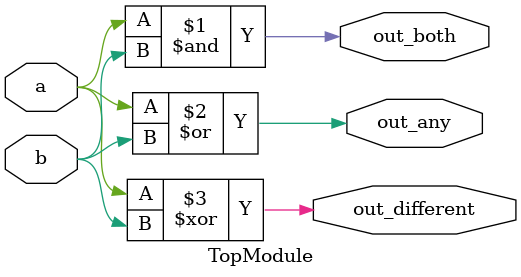
<source format=sv>
module TopModule (
    input logic a,
    input logic b,
    output logic out_both,
    output logic out_any,
    output logic out_different
);

    assign out_both = a & b;             // Both a and b are high
    assign out_any = a | b;              // Either a or b is high
    assign out_different = a ^ b;        // a and b are different

endmodule
</source>
